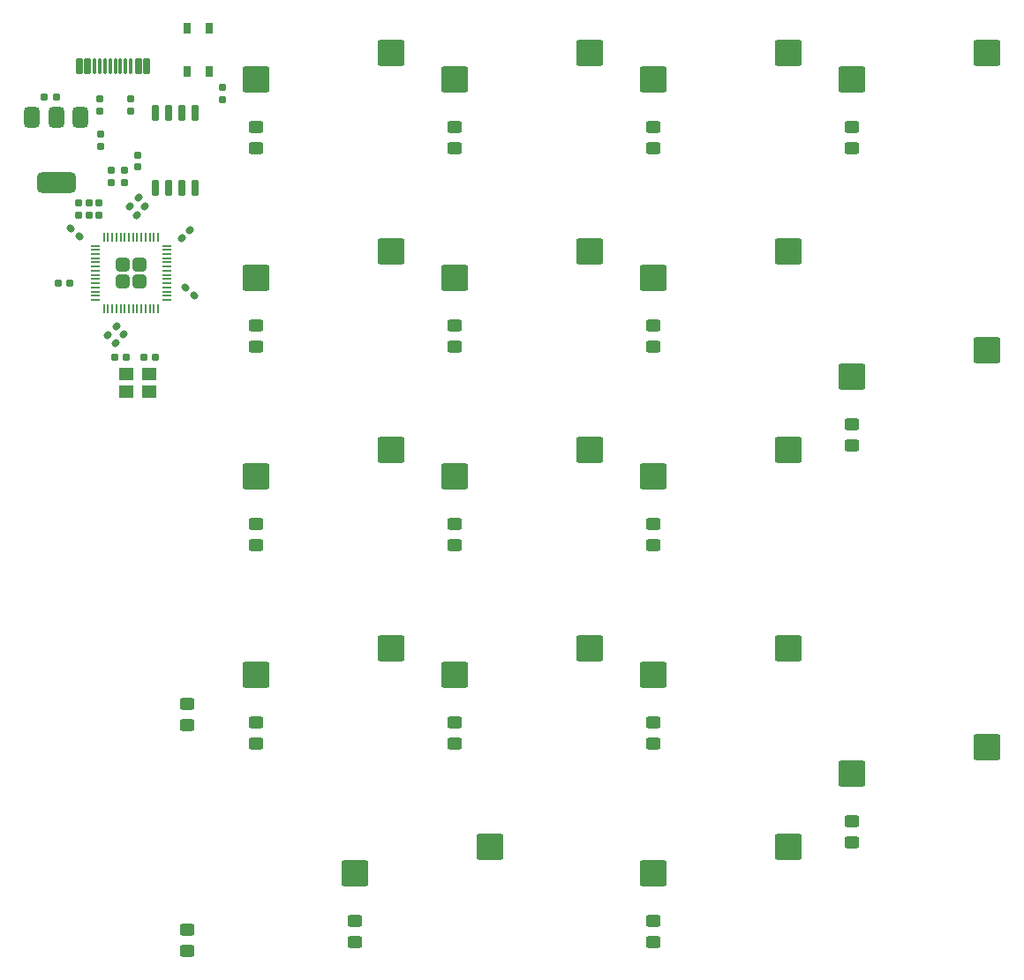
<source format=gbr>
%TF.GenerationSoftware,KiCad,Pcbnew,8.0.1*%
%TF.CreationDate,2024-08-08T15:56:45+10:00*%
%TF.ProjectId,banana17_main,62616e61-6e61-4313-975f-6d61696e2e6b,rev?*%
%TF.SameCoordinates,Original*%
%TF.FileFunction,Paste,Bot*%
%TF.FilePolarity,Positive*%
%FSLAX46Y46*%
G04 Gerber Fmt 4.6, Leading zero omitted, Abs format (unit mm)*
G04 Created by KiCad (PCBNEW 8.0.1) date 2024-08-08 15:56:45*
%MOMM*%
%LPD*%
G01*
G04 APERTURE LIST*
G04 Aperture macros list*
%AMRoundRect*
0 Rectangle with rounded corners*
0 $1 Rounding radius*
0 $2 $3 $4 $5 $6 $7 $8 $9 X,Y pos of 4 corners*
0 Add a 4 corners polygon primitive as box body*
4,1,4,$2,$3,$4,$5,$6,$7,$8,$9,$2,$3,0*
0 Add four circle primitives for the rounded corners*
1,1,$1+$1,$2,$3*
1,1,$1+$1,$4,$5*
1,1,$1+$1,$6,$7*
1,1,$1+$1,$8,$9*
0 Add four rect primitives between the rounded corners*
20,1,$1+$1,$2,$3,$4,$5,0*
20,1,$1+$1,$4,$5,$6,$7,0*
20,1,$1+$1,$6,$7,$8,$9,0*
20,1,$1+$1,$8,$9,$2,$3,0*%
G04 Aperture macros list end*
%ADD10RoundRect,0.200000X-1.075000X-1.050000X1.075000X-1.050000X1.075000X1.050000X-1.075000X1.050000X0*%
%ADD11RoundRect,0.250000X0.450000X-0.325000X0.450000X0.325000X-0.450000X0.325000X-0.450000X-0.325000X0*%
%ADD12RoundRect,0.155000X0.155000X-0.212500X0.155000X0.212500X-0.155000X0.212500X-0.155000X-0.212500X0*%
%ADD13RoundRect,0.160000X-0.160000X0.197500X-0.160000X-0.197500X0.160000X-0.197500X0.160000X0.197500X0*%
%ADD14RoundRect,0.150000X-0.150000X0.650000X-0.150000X-0.650000X0.150000X-0.650000X0.150000X0.650000X0*%
%ADD15RoundRect,0.060000X-0.240000X-0.665000X0.240000X-0.665000X0.240000X0.665000X-0.240000X0.665000X0*%
%ADD16RoundRect,0.060000X-0.090000X-0.665000X0.090000X-0.665000X0.090000X0.665000X-0.090000X0.665000X0*%
%ADD17RoundRect,0.155000X-0.212500X-0.155000X0.212500X-0.155000X0.212500X0.155000X-0.212500X0.155000X0*%
%ADD18RoundRect,0.160000X0.160000X-0.197500X0.160000X0.197500X-0.160000X0.197500X-0.160000X-0.197500X0*%
%ADD19RoundRect,0.155000X0.259862X-0.040659X-0.040659X0.259862X-0.259862X0.040659X0.040659X-0.259862X0*%
%ADD20RoundRect,0.155000X0.212500X0.155000X-0.212500X0.155000X-0.212500X-0.155000X0.212500X-0.155000X0*%
%ADD21R,0.650000X1.050000*%
%ADD22RoundRect,0.155000X0.040659X0.259862X-0.259862X-0.040659X-0.040659X-0.259862X0.259862X0.040659X0*%
%ADD23RoundRect,0.249999X0.395001X0.395001X-0.395001X0.395001X-0.395001X-0.395001X0.395001X-0.395001X0*%
%ADD24RoundRect,0.050000X0.387500X0.050000X-0.387500X0.050000X-0.387500X-0.050000X0.387500X-0.050000X0*%
%ADD25RoundRect,0.050000X0.050000X0.387500X-0.050000X0.387500X-0.050000X-0.387500X0.050000X-0.387500X0*%
%ADD26RoundRect,0.155000X-0.040659X-0.259862X0.259862X0.040659X0.040659X0.259862X-0.259862X-0.040659X0*%
%ADD27RoundRect,0.155000X-0.259862X0.040659X0.040659X-0.259862X0.259862X-0.040659X-0.040659X0.259862X0*%
%ADD28RoundRect,0.155000X-0.155000X0.212500X-0.155000X-0.212500X0.155000X-0.212500X0.155000X0.212500X0*%
%ADD29RoundRect,0.375000X-0.375000X0.625000X-0.375000X-0.625000X0.375000X-0.625000X0.375000X0.625000X0*%
%ADD30RoundRect,0.500000X-1.400000X0.500000X-1.400000X-0.500000X1.400000X-0.500000X1.400000X0.500000X0*%
%ADD31R,1.400000X1.200000*%
G04 APERTURE END LIST*
D10*
%TO.C,SW10*%
X138173000Y-99880000D03*
X151100000Y-97340000D03*
%TD*%
%TO.C,SW15*%
X128648000Y-137980000D03*
X141575000Y-135440000D03*
%TD*%
%TO.C,SW6*%
X138173000Y-80830000D03*
X151100000Y-78290000D03*
%TD*%
%TO.C,SW9*%
X119123000Y-99880000D03*
X132050000Y-97340000D03*
%TD*%
%TO.C,SW2*%
X138173000Y-61780000D03*
X151100000Y-59240000D03*
%TD*%
%TO.C,SW11*%
X157223000Y-99880000D03*
X170150000Y-97340000D03*
%TD*%
%TO.C,SW13*%
X138173000Y-118930000D03*
X151100000Y-116390000D03*
%TD*%
%TO.C,SW1*%
X119123000Y-61780000D03*
X132050000Y-59240000D03*
%TD*%
%TO.C,SW4*%
X176273000Y-61780000D03*
X189200000Y-59240000D03*
%TD*%
%TO.C,SW8*%
X176273000Y-90355000D03*
X189200000Y-87815000D03*
%TD*%
%TO.C,SW3*%
X157223000Y-61780000D03*
X170150000Y-59240000D03*
%TD*%
%TO.C,SW14*%
X157223000Y-118930000D03*
X170150000Y-116390000D03*
%TD*%
%TO.C,SW5*%
X119123000Y-80830000D03*
X132050000Y-78290000D03*
%TD*%
%TO.C,SW12*%
X119123000Y-118930000D03*
X132050000Y-116390000D03*
%TD*%
%TO.C,SW17*%
X176273000Y-128455000D03*
X189200000Y-125915000D03*
%TD*%
%TO.C,SW7*%
X157223000Y-80830000D03*
X170150000Y-78290000D03*
%TD*%
%TO.C,SW16*%
X157223000Y-137980000D03*
X170150000Y-135440000D03*
%TD*%
D11*
%TO.C,D3*%
X157223000Y-68405000D03*
X157223000Y-66355000D03*
%TD*%
D12*
%TO.C,C1*%
X104100000Y-74835000D03*
X104100000Y-73700000D03*
%TD*%
D11*
%TO.C,D9*%
X119123000Y-106505000D03*
X119123000Y-104455000D03*
%TD*%
D13*
%TO.C,R5*%
X115928925Y-62608819D03*
X115928925Y-63803819D03*
%TD*%
D11*
%TO.C,D15*%
X128648000Y-144605000D03*
X128648000Y-142555000D03*
%TD*%
%TO.C,D11*%
X157223000Y-106505000D03*
X157223000Y-104455000D03*
%TD*%
D13*
%TO.C,R2*%
X105287500Y-70570000D03*
X105287500Y-71765000D03*
%TD*%
D11*
%TO.C,D17*%
X176273000Y-135080000D03*
X176273000Y-133030000D03*
%TD*%
%TO.C,D7*%
X157223000Y-87455000D03*
X157223000Y-85405000D03*
%TD*%
D14*
%TO.C,U4*%
X109512500Y-65055000D03*
X110782500Y-65055000D03*
X112052500Y-65055000D03*
X113322500Y-65055000D03*
X113322500Y-72255000D03*
X112052500Y-72255000D03*
X110782500Y-72255000D03*
X109512500Y-72255000D03*
%TD*%
D15*
%TO.C,J1*%
X102159856Y-60555000D03*
X102934856Y-60555000D03*
D16*
X104134856Y-60555000D03*
X105134856Y-60555000D03*
X105634856Y-60555000D03*
X106634856Y-60555000D03*
D15*
X108609856Y-60555000D03*
X107834856Y-60555000D03*
D16*
X107134856Y-60555000D03*
X106134856Y-60555000D03*
X104634856Y-60555000D03*
X103634856Y-60555000D03*
%TD*%
D12*
%TO.C,C4*%
X103100000Y-74835000D03*
X103100000Y-73700000D03*
%TD*%
D11*
%TO.C,D14*%
X157223000Y-125555000D03*
X157223000Y-123505000D03*
%TD*%
D17*
%TO.C,C16*%
X105552500Y-88487500D03*
X106687500Y-88487500D03*
%TD*%
D18*
%TO.C,R4*%
X107140000Y-64880000D03*
X107140000Y-63685000D03*
%TD*%
D19*
%TO.C,C9*%
X102176283Y-76921283D03*
X101373717Y-76118717D03*
%TD*%
D11*
%TO.C,D8*%
X176273000Y-96980000D03*
X176273000Y-94930000D03*
%TD*%
%TO.C,D5*%
X119123000Y-87455000D03*
X119123000Y-85405000D03*
%TD*%
D20*
%TO.C,C15*%
X109492500Y-88480000D03*
X108357500Y-88480000D03*
%TD*%
D11*
%TO.C,D4*%
X176273000Y-68405000D03*
X176273000Y-66355000D03*
%TD*%
D13*
%TO.C,R3*%
X104134856Y-63706322D03*
X104134856Y-64901322D03*
%TD*%
D11*
%TO.C,ENC_D2*%
X112548928Y-145450000D03*
X112548928Y-143400000D03*
%TD*%
D20*
%TO.C,C8*%
X101307500Y-81385000D03*
X100172500Y-81385000D03*
%TD*%
D11*
%TO.C,D13*%
X138173000Y-125555000D03*
X138173000Y-123505000D03*
%TD*%
%TO.C,ENC_D1*%
X112535255Y-123818097D03*
X112535255Y-121768097D03*
%TD*%
D21*
%TO.C,BOOT1*%
X112525000Y-56915000D03*
X112525000Y-61065000D03*
X114675000Y-56915000D03*
X114675000Y-61065000D03*
%TD*%
D22*
%TO.C,C7*%
X106466283Y-86318717D03*
X105663717Y-87121283D03*
%TD*%
D11*
%TO.C,D10*%
X138173000Y-106505000D03*
X138173000Y-104455000D03*
%TD*%
D23*
%TO.C,U1*%
X107940000Y-81185000D03*
X107940000Y-79585000D03*
X106340000Y-81185000D03*
X106340000Y-79585000D03*
D24*
X110577500Y-77785000D03*
X110577500Y-78185000D03*
X110577500Y-78585000D03*
X110577500Y-78985000D03*
X110577500Y-79385000D03*
X110577500Y-79785000D03*
X110577500Y-80185000D03*
X110577500Y-80585000D03*
X110577500Y-80985000D03*
X110577500Y-81385000D03*
X110577500Y-81785000D03*
X110577500Y-82185000D03*
X110577500Y-82585000D03*
X110577500Y-82985000D03*
D25*
X109740000Y-83822500D03*
X109340000Y-83822500D03*
X108940000Y-83822500D03*
X108540000Y-83822500D03*
X108140000Y-83822500D03*
X107740000Y-83822500D03*
X107340000Y-83822500D03*
X106940000Y-83822500D03*
X106540000Y-83822500D03*
X106140000Y-83822500D03*
X105740000Y-83822500D03*
X105340000Y-83822500D03*
X104940000Y-83822500D03*
X104540000Y-83822500D03*
D24*
X103702500Y-82985000D03*
X103702500Y-82585000D03*
X103702500Y-82185000D03*
X103702500Y-81785000D03*
X103702500Y-81385000D03*
X103702500Y-80985000D03*
X103702500Y-80585000D03*
X103702500Y-80185000D03*
X103702500Y-79785000D03*
X103702500Y-79385000D03*
X103702500Y-78985000D03*
X103702500Y-78585000D03*
X103702500Y-78185000D03*
X103702500Y-77785000D03*
D25*
X104540000Y-76947500D03*
X104940000Y-76947500D03*
X105340000Y-76947500D03*
X105740000Y-76947500D03*
X106140000Y-76947500D03*
X106540000Y-76947500D03*
X106940000Y-76947500D03*
X107340000Y-76947500D03*
X107740000Y-76947500D03*
X108140000Y-76947500D03*
X108540000Y-76947500D03*
X108940000Y-76947500D03*
X109340000Y-76947500D03*
X109740000Y-76947500D03*
%TD*%
D26*
%TO.C,C2*%
X107676217Y-74826283D03*
X108478783Y-74023717D03*
%TD*%
D11*
%TO.C,D2*%
X138173000Y-68405000D03*
X138173000Y-66355000D03*
%TD*%
%TO.C,D6*%
X138173000Y-87455000D03*
X138173000Y-85405000D03*
%TD*%
D27*
%TO.C,C6*%
X112398717Y-81798717D03*
X113201283Y-82601283D03*
%TD*%
D12*
%TO.C,C11*%
X102090000Y-74835000D03*
X102090000Y-73700000D03*
%TD*%
D20*
%TO.C,C13*%
X99970000Y-63485000D03*
X98835000Y-63485000D03*
%TD*%
D13*
%TO.C,R1*%
X106487500Y-70572500D03*
X106487500Y-71767500D03*
%TD*%
D28*
%TO.C,C12*%
X104210000Y-67097500D03*
X104210000Y-68232500D03*
%TD*%
D12*
%TO.C,C14*%
X107767500Y-70222500D03*
X107767500Y-69087500D03*
%TD*%
D11*
%TO.C,D12*%
X119123000Y-125555000D03*
X119123000Y-123505000D03*
%TD*%
%TO.C,D16*%
X157223000Y-144605000D03*
X157223000Y-142555000D03*
%TD*%
D22*
%TO.C,C3*%
X105716283Y-85568717D03*
X104913717Y-86371283D03*
%TD*%
D11*
%TO.C,D1*%
X119123000Y-68405000D03*
X119123000Y-66355000D03*
%TD*%
D26*
%TO.C,C5*%
X111998717Y-77101283D03*
X112801283Y-76298717D03*
%TD*%
D29*
%TO.C,U2*%
X97670000Y-65435000D03*
X99970000Y-65435000D03*
D30*
X99970000Y-71735000D03*
D29*
X102270000Y-65435000D03*
%TD*%
D26*
%TO.C,C10*%
X107066217Y-74006283D03*
X107868783Y-73203717D03*
%TD*%
D31*
%TO.C,Y1*%
X108887500Y-91787500D03*
X106687500Y-91787500D03*
X106687500Y-90087500D03*
X108887500Y-90087500D03*
%TD*%
M02*

</source>
